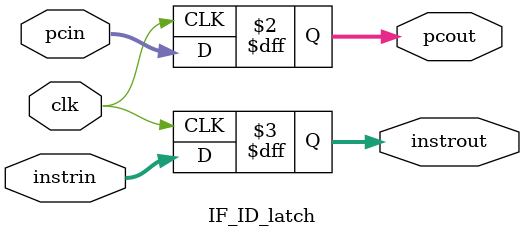
<source format=v>
`timescale 1ns / 1ps
module IF_ID_latch(
input clk,
input wire [31:0] pcin, instrin,
output reg [31:0] pcout, instrout
    );

always @ (posedge clk) begin
	pcout <= pcin;
	instrout <= instrin;
end
endmodule

</source>
